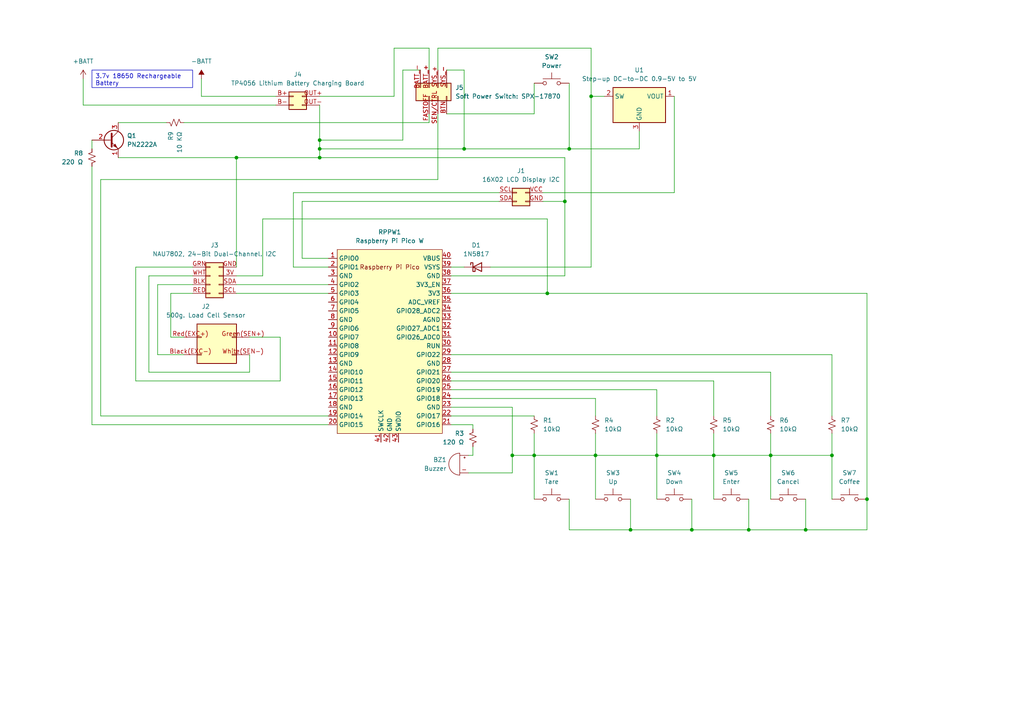
<source format=kicad_sch>
(kicad_sch (version 20230121) (generator eeschema)
  (paper "A4")
  (title_block (title "RPi Pico W - Smart Espresso Scale") (date "2024-02-17") (rev "1.0.0") (company "Antonios Karagiannis"))
  (lib_symbols
    (symbol "Conn_02x02_Counter_Clockwise_1" (pin_names (offset 1.016) hide)
      (property "Reference" "J1" (at 1.27 6.35 0))
      (property "Value" "16X02 LCD Display I2C" (at 1.27 3.81 0))
      (symbol "Conn_02x02_Counter_Clockwise_1_1_1"
        (rectangle (start -1.27 -2.413) (end 0 -2.667) (stroke (width 0.1524)))
        (rectangle (start -1.27 0.127) (end 0 -0.127) (stroke (width 0.1524)))
        (rectangle (start -1.27 1.27) (end 3.81 -3.81) (stroke (width 0.254)) (fill (type background)))
        (rectangle (start 3.81 -2.413) (end 2.54 -2.667) (stroke (width 0.1524)))
        (rectangle (start 3.81 0.127) (end 2.54 -0.127) (stroke (width 0.1524)))
        (pin passive line (at 7.62 -2.54 180) (length 3.81) (name "Pin_3") (number "GND"))
        (pin passive line (at -5.08 0 0) (length 3.81) (name "1") (number "SCL"))
        (pin passive line (at -5.08 -2.54 0) (length 3.81) (name "Pin_2") (number "SDA"))
        (pin passive line (at 7.62 0 180) (length 3.81) (name "Pin_4") (number "VCC"))
      )
    )
    (symbol "Conn_02x02_Counter_Clockwise_2" (pin_names (offset 1.016) hide)
      (property "Reference" "J4" (at 1.27 6.35 0))
      (property "Value" "TP4056 Lithium Battery Charging Board" (at 1.27 3.81 0))
      (symbol "Conn_02x02_Counter_Clockwise_2_1_1"
        (rectangle (start -1.27 -2.413) (end 0 -2.667) (stroke (width 0.1524)))
        (rectangle (start -1.27 0.127) (end 0 -0.127) (stroke (width 0.1524)))
        (rectangle (start -1.27 1.27) (end 3.81 -3.81) (stroke (width 0.254)) (fill (type background)))
        (rectangle (start 3.81 -2.413) (end 2.54 -2.667) (stroke (width 0.1524)))
        (rectangle (start 3.81 0.127) (end 2.54 -0.127) (stroke (width 0.1524)))
        (pin passive line (at -5.08 0 0) (length 3.81) (name "1") (number "B+"))
        (pin passive line (at -5.08 -2.54 0) (length 3.81) (name "Pin_2") (number "B-"))
        (pin passive line (at 7.62 0 180) (length 3.81) (name "4") (number "OUT+"))
        (pin passive line (at 7.62 -2.54 180) (length 3.81) (name "Pin_3") (number "OUT-"))
      )
    )
    (symbol "Connector_Generic:Conn_02x02_Counter_Clockwise" (pin_names (offset 1.016) hide)
      (property "Reference" "J2" (at 1.27 6.35 0))
      (property "Value" "500g. Load Cell Sensor" (at 1.27 3.81 0))
      (symbol "Conn_02x02_Counter_Clockwise_1_1"
        (rectangle (start -1.27 -7.493) (end 0 -7.747) (stroke (width 0.1524)))
        (rectangle (start -1.27 -2.413) (end 0 -2.667) (stroke (width 0.1524)))
        (rectangle (start -1.27 1.27) (end 10.16 -10.16) (stroke (width 0.254)) (fill (type background)))
        (rectangle (start 8.89 -7.493) (end 10.16 -7.747) (stroke (width 0.1524)))
        (rectangle (start 8.89 -2.413) (end 10.16 -2.667) (stroke (width 0.1524)))
        (pin passive line (at -5.08 -7.62 0) (length 3.81) (name "") (number "Black(EXC-)"))
        (pin passive line (at 13.97 -2.54 180) (length 3.81) (name "Pin_4") (number "Green(SEN+)"))
        (pin passive line (at -5.08 -2.54 0) (length 3.81) (name "1") (number "Red(EXC+)"))
        (pin passive line (at 13.97 -7.62 180) (length 3.81) (name "Pin_3") (number "White(SEN-)"))
      )
    )
    (symbol "Connector_Generic:Conn_02x04_Counter_Clockwise" (pin_names (offset 1.016) hide)
      (property "Reference" "J3" (at 1.27 8.89 0))
      (property "Value" "NAU7802, 24-Bit Dual-Channel ADC, For Bridge Sensors I2C" (at 1.27 6.35 0))
      (symbol "Conn_02x04_Counter_Clockwise_1_1"
        (rectangle (start -1.27 -4.953) (end 0 -5.207) (stroke (width 0.1524)))
        (rectangle (start -1.27 -2.413) (end 0 -2.667) (stroke (width 0.1524)))
        (rectangle (start -1.27 0.127) (end 0 -0.127) (stroke (width 0.1524)))
        (rectangle (start -1.27 2.667) (end 0 2.413) (stroke (width 0.1524)))
        (rectangle (start -1.27 3.81) (end 3.81 -6.35) (stroke (width 0.254)) (fill (type background)))
        (rectangle (start 3.81 -4.953) (end 2.54 -5.207) (stroke (width 0.1524)))
        (rectangle (start 3.81 -2.413) (end 2.54 -2.667) (stroke (width 0.1524)))
        (rectangle (start 3.81 0.127) (end 2.54 -0.127) (stroke (width 0.1524)))
        (rectangle (start 3.81 2.667) (end 2.54 2.413) (stroke (width 0.1524)))
        (pin passive line (at 7.62 0 180) (length 3.81) (name "Pin_7") (number "3V"))
        (pin passive line (at -5.08 -2.54 0) (length 3.81) (name "Pin_3") (number "BLK"))
        (pin passive line (at 7.62 2.54 180) (length 3.81) (name "Pin_8") (number "GND"))
        (pin passive line (at -5.08 2.54 0) (length 3.81) (name "Pin_1") (number "GRN"))
        (pin passive line (at -5.08 -5.08 0) (length 3.81) (name "4") (number "RED"))
        (pin passive line (at 7.62 -5.08 180) (length 3.81) (name "Pin_5") (number "SCL"))
        (pin passive line (at 7.62 -2.54 180) (length 3.81) (name "6") (number "SDA"))
        (pin passive line (at -5.08 0 0) (length 3.81) (name "Pin_2") (number "WHT"))
      )
    )
    (symbol "Connector_Generic:Conn_2Rows-07Pins" (pin_names (offset 1.016) hide)
      (property "Reference" "J5" (at 0 5.08 90))
      (property "Value" "Soft Power Switch: SPX-17870" (at 2.54 5.08 90))
      (symbol "Conn_2Rows-07Pins_1_1"
        (rectangle (start -1.27 -4.953) (end 0 -5.207) (stroke (width 0.1524)))
        (rectangle (start -1.27 -2.413) (end 0 -2.667) (stroke (width 0.1524)))
        (rectangle (start -1.27 0.127) (end 0 -0.127) (stroke (width 0.1524)))
        (rectangle (start -1.27 2.667) (end 0 2.413) (stroke (width 0.1524)))
        (rectangle (start -1.27 3.81) (end 3.81 -6.35) (stroke (width 0.254)) (fill (type background)))
        (rectangle (start 3.81 -2.413) (end 2.54 -2.667) (stroke (width 0.1524)))
        (rectangle (start 3.81 0.127) (end 2.54 -0.127) (stroke (width 0.1524)))
        (rectangle (start 3.81 2.667) (end 2.54 2.413) (stroke (width 0.1524)))
        (pin passive line (at -5.08 -2.54 0) (length 3.81) (name "Pin_5") (number "BATT_+"))
        (pin passive line (at -5.08 -5.08 0) (length 3.81) (name "Pin_7") (number "BATT_-"))
        (pin passive line (at 7.62 2.54 180) (length 3.81) (name "Pin_2") (number "BTN"))
        (pin passive line (at 7.62 -2.54 180) (length 3.81) (name "Pin_6") (number "FASTOFF"))
        (pin passive line (at 7.62 0 180) (length 3.81) (name "SEN/CTRL") (number "SEN/CTRL"))
        (pin passive line (at -5.08 0 0) (length 3.81) (name "Pin_3") (number "SYS_+"))
        (pin passive line (at -5.08 2.54 0) (length 3.81) (name "Pin_1") (number "SYS_-"))
      )
    )
    (symbol "Device:Buzzer" (pin_names (offset 0.0254) hide)
      (property "Reference" "BZ1" (at 3.81 1.27 0))
      (property "Value" "Buzzer" (at 3.81 -1.27 0))
      (symbol "Buzzer_0_1"
        (arc (start 0 -3.175) (mid 3.1612 0) (end 0 3.175))
        (polyline (pts (xy -1.651 1.905) (xy -1.143 1.905)))
        (polyline (pts (xy -1.397 2.159) (xy -1.397 1.651)))
        (polyline (pts (xy 0 3.175) (xy 0 -3.175)))
      )
      (symbol "Buzzer_1_1"
        (pin passive line (at -2.54 2.54 0) (length 2.54) (name "+") (number ""))
        (pin passive line (at -2.54 -2.54 0) (length 2.54) (name "-") (number "-"))
      )
    )
    (symbol "Device:R_Small_US" (pin_numbers hide) (pin_names (offset 0.254) hide)
      (property "Reference" "R" (at 0.762 0.508 0))
      (property "Value" "R_Small_US" (at 0.762 -1.016 0))
      (symbol "R_Small_US_1_1"
        (polyline (pts (xy 0 0) (xy 1.016 -0.381) (xy 0 -0.762) (xy -1.016 -1.143) (xy 0 -1.524)))
        (polyline (pts (xy 0 1.524) (xy 1.016 1.143) (xy 0 0.762) (xy -1.016 0.381) (xy 0 0)))
        (pin passive line (at 0 2.54 270) (length 1.016) (name "~") (number "1"))
        (pin passive line (at 0 -2.54 90) (length 1.016) (name "~") (number "2"))
      )
    )
    (symbol "Diode:1N5817" (pin_numbers hide) (pin_names (offset 1.016) hide)
      (property "Reference" "D" (at 0 2.54 0))
      (property "Value" "1N5817" (at 0 -2.54 0))
      (symbol "1N5817_0_1"
        (polyline (pts (xy 1.27 0) (xy -1.27 0)))
        (polyline (pts (xy 1.27 1.27) (xy 1.27 -1.27) (xy -1.27 0) (xy 1.27 1.27)) (stroke (width 0.254)))
        (polyline (pts (xy -1.905 0.635) (xy -1.905 1.27) (xy -1.27 1.27) (xy -1.27 -1.27) (xy -0.635 -1.27) (xy -0.635 -0.635)) (stroke (width 0.254)))
      )
      (symbol "1N5817_1_1"
        (pin passive line (at -3.81 0 0) (length 2.54) (name "K") (number "1"))
        (pin passive line (at 3.81 0 180) (length 2.54) (name "A") (number "2"))
      )
    )
    (symbol "MCU_RaspberryPi_and_Boards:Pico"
      (property "Reference" "U" (at -13.97 27.94 0))
      (property "Value" "Pico" (at 0 19.05 0))
      (symbol "Pico_0_0"
        (text "Raspberry Pi Pico" (at 0 21.59 0) (effects (font (size 1.27 1.27))))
      )
      (symbol "Pico_0_1"
        (rectangle (start -15.24 26.67) (end 15.24 -26.67) (fill (type background)))
      )
      (symbol "Pico_1_1"
        (pin bidirectional line (at -17.78 24.13 0) (length 2.54) (name "GPIO0") (number "1"))
        (pin bidirectional line (at -17.78 1.27 0) (length 2.54) (name "GPIO7") (number "10"))
        (pin bidirectional line (at -17.78 -1.27 0) (length 2.54) (name "GPIO8") (number "11"))
        (pin bidirectional line (at -17.78 -3.81 0) (length 2.54) (name "GPIO9") (number "12"))
        (pin power_in line (at -17.78 -6.35 0) (length 2.54) (name "GND") (number "13"))
        (pin bidirectional line (at -17.78 -8.89 0) (length 2.54) (name "GPIO10") (number "14"))
        (pin bidirectional line (at -17.78 -11.43 0) (length 2.54) (name "GPIO11") (number "15"))
        (pin bidirectional line (at -17.78 -13.97 0) (length 2.54) (name "GPIO12") (number "16"))
        (pin bidirectional line (at -17.78 -16.51 0) (length 2.54) (name "GPIO13") (number "17"))
        (pin power_in line (at -17.78 -19.05 0) (length 2.54) (name "GND") (number "18"))
        (pin bidirectional line (at -17.78 -21.59 0) (length 2.54) (name "GPIO14") (number "19"))
        (pin bidirectional line (at -17.78 21.59 0) (length 2.54) (name "GPIO1") (number "2"))
        (pin bidirectional line (at -17.78 -24.13 0) (length 2.54) (name "GPIO15") (number "20"))
        (pin bidirectional line (at 17.78 -24.13 180) (length 2.54) (name "GPIO16") (number "21"))
        (pin bidirectional line (at 17.78 -21.59 180) (length 2.54) (name "GPIO17") (number "22"))
        (pin power_in line (at 17.78 -19.05 180) (length 2.54) (name "GND") (number "23"))
        (pin bidirectional line (at 17.78 -16.51 180) (length 2.54) (name "GPIO18") (number "24"))
        (pin bidirectional line (at 17.78 -13.97 180) (length 2.54) (name "GPIO19") (number "25"))
        (pin bidirectional line (at 17.78 -11.43 180) (length 2.54) (name "GPIO20") (number "26"))
        (pin bidirectional line (at 17.78 -8.89 180) (length 2.54) (name "GPIO21") (number "27"))
        (pin power_in line (at 17.78 -6.35 180) (length 2.54) (name "GND") (number "28"))
        (pin bidirectional line (at 17.78 -3.81 180) (length 2.54) (name "GPIO22") (number "29"))
        (pin power_in line (at -17.78 19.05 0) (length 2.54) (name "GND") (number "3"))
        (pin input line (at 17.78 -1.27 180) (length 2.54) (name "RUN") (number "30"))
        (pin bidirectional line (at 17.78 1.27 180) (length 2.54) (name "GPIO26_ADC0") (number "31"))
        (pin bidirectional line (at 17.78 3.81 180) (length 2.54) (name "GPIO27_ADC1") (number "32"))
        (pin power_in line (at 17.78 6.35 180) (length 2.54) (name "AGND") (number "33"))
        (pin bidirectional line (at 17.78 8.89 180) (length 2.54) (name "GPIO28_ADC2") (number "34"))
        (pin power_in line (at 17.78 11.43 180) (length 2.54) (name "ADC_VREF") (number "35"))
        (pin power_in line (at 17.78 13.97 180) (length 2.54) (name "3V3") (number "36"))
        (pin input line (at 17.78 16.51 180) (length 2.54) (name "3V3_EN") (number "37"))
        (pin bidirectional line (at 17.78 19.05 180) (length 2.54) (name "GND") (number "38"))
        (pin power_in line (at 17.78 21.59 180) (length 2.54) (name "VSYS") (number "39"))
        (pin bidirectional line (at -17.78 16.51 0) (length 2.54) (name "GPIO2") (number "4"))
        (pin power_in line (at 17.78 24.13 180) (length 2.54) (name "VBUS") (number "40"))
        (pin input line (at -2.54 -29.21 90) (length 2.54) (name "SWCLK") (number "41"))
        (pin power_in line (at 0 -29.21 90) (length 2.54) (name "GND") (number "42"))
        (pin bidirectional line (at 2.54 -29.21 90) (length 2.54) (name "SWDIO") (number "43"))
        (pin bidirectional line (at -17.78 13.97 0) (length 2.54) (name "GPIO3") (number "5"))
        (pin bidirectional line (at -17.78 11.43 0) (length 2.54) (name "GPIO4") (number "6"))
        (pin bidirectional line (at -17.78 8.89 0) (length 2.54) (name "GPIO5") (number "7"))
        (pin power_in line (at -17.78 6.35 0) (length 2.54) (name "GND") (number "8"))
        (pin bidirectional line (at -17.78 3.81 0) (length 2.54) (name "GPIO6") (number "9"))
      )
    )
    (symbol "Regulator_Switching:TPS613222ADBZ"
      (property "Reference" "U" (at -7.62 6.35 0))
      (property "Value" "TPS613222ADBZ" (at 2.54 6.35 0))
      (symbol "TPS613222ADBZ_0_1"
        (rectangle (start -7.62 5.08) (end 7.62 -5.08) (stroke (width 0.254)) (fill (type background)))
      )
      (symbol "TPS613222ADBZ_1_1"
        (pin power_out line (at 10.16 2.54 180) (length 2.54) (name "VOUT") (number "1"))
        (pin power_in line (at -10.16 2.54 0) (length 2.54) (name "SW") (number "2"))
        (pin power_in line (at 0 -7.62 90) (length 2.54) (name "GND") (number "3"))
      )
    )
    (symbol "Switch:SW_MEC_5G" (pin_numbers hide) (pin_names (offset 1.016) hide)
      (property "Reference" "SW" (at 1.27 2.54 0))
      (property "Value" "SW_MEC_5G" (at 0 -1.524 0))
      (symbol "SW_MEC_5G_0_1"
        (circle (center -2.032 0) (radius 0.508))
        (polyline (pts (xy 0 1.27) (xy 0 3.048)))
        (polyline (pts (xy 2.54 1.27) (xy -2.54 1.27)))
        (circle (center 2.032 0) (radius 0.508))
        (pin passive line (at -5.08 0 0) (length 2.54) (name "A") (number "1"))
        (pin passive line (at 5.08 0 180) (length 2.54) (name "B") (number "3"))
      )
      (symbol "SW_MEC_5G_1_1"
        (pin passive line (at -5.08 0 0) (length 2.54) hide (name "A") (number "2"))
        (pin passive line (at 5.08 0 180) (length 2.54) hide (name "B") (number "4"))
      )
    )
    (symbol "Transistor_BJT:PN2222A" (pin_names (offset 0) hide)
      (property "Reference" "Q" (at 5.08 1.905 0))
      (property "Value" "PN2222A" (at 5.08 0 0))
      (symbol "PN2222A_0_1"
        (polyline (pts (xy 0 0) (xy 0.635 0)))
        (polyline (pts (xy 2.54 -2.54) (xy 0.635 -0.635)))
        (polyline (pts (xy 2.54 2.54) (xy 0.635 0.635)))
        (polyline (pts (xy 0.635 1.905) (xy 0.635 -1.905) (xy 0.635 -1.905)) (stroke (width 0.508)))
        (polyline (pts (xy 2.413 -2.413) (xy 1.905 -1.905) (xy 1.905 -1.905)))
        (polyline (pts (xy 1.143 -1.651) (xy 1.651 -1.143) (xy 2.159 -2.159) (xy 1.143 -1.651) (xy 1.143 -1.651)) (fill (type outline)))
        (circle (center 1.27 0) (radius 2.8194) (stroke (width 0.254)))
      )
      (symbol "PN2222A_1_1"
        (pin passive line (at 2.54 -5.08 90) (length 2.54) (name "E") (number "1"))
        (pin input line (at -5.08 0 0) (length 5.08) (name "B") (number "2"))
        (pin passive line (at 2.54 5.08 270) (length 2.54) (name "C") (number "3"))
      )
    )
    (symbol "power:+BATT" (power) (pin_names (offset 0))
      (property "Value" "+BATT" (at 0 3.556 0))
      (symbol "+BATT_0_1"
        (polyline (pts (xy -0.762 1.27) (xy 0 2.54)))
        (polyline (pts (xy 0 0) (xy 0 2.54)))
        (polyline (pts (xy 0 2.54) (xy 0.762 1.27)))
      )
      (symbol "+BATT_1_1"
        (pin power_in line (at 0 0 90) (length 0) hide (name "+BATT") (number "1"))
      )
    )
    (symbol "power:-BATT" (power) (pin_names (offset 0))
      (property "Value" "-BATT" (at 0 3.556 0))
      (symbol "-BATT_0_1"
        (polyline (pts (xy 0 0) (xy 0 2.54)))
        (polyline (pts (xy 0.762 1.27) (xy -0.762 1.27) (xy 0 2.54) (xy 0.762 1.27)) (fill (type outline)))
      )
      (symbol "-BATT_1_1"
        (pin power_in line (at 0 0 90) (length 0) hide (name "-BATT") (number "1"))
      )
    )
  )
  (junction (at 68.58 45.72))
  (junction (at 158.75 85.09))
  (junction (at 134.62 43.18))
  (junction (at 190.5 132.08))
  (junction (at 241.3 132.08))
  (junction (at 182.88 153.67))
  (junction (at 207.01 132.08))
  (junction (at 171.45 27.94))
  (junction (at 172.72 132.08))
  (junction (at 154.94 132.08))
  (junction (at 233.68 153.67))
  (junction (at 92.71 45.72))
  (junction (at 217.17 153.67))
  (junction (at 165.1 43.18))
  (junction (at 251.46 144.78))
  (junction (at 148.59 132.08))
  (junction (at 92.71 40.64))
  (junction (at 223.52 132.08))
  (junction (at 200.66 153.67))
  (junction (at 92.71 43.18))
  (junction (at 163.83 58.42))
  (wire (pts (xy 53.34 35.56) (xy 124.46 35.56)))
  (wire (pts (xy 43.18 80.01) (xy 55.88 80.01)))
  (wire (pts (xy 68.58 82.55) (xy 95.25 82.55)))
  (wire (pts (xy 172.72 132.08) (xy 172.72 144.78)))
  (wire (pts (xy 223.52 107.95) (xy 130.81 107.95)))
  (wire (pts (xy 116.84 40.64) (xy 92.71 40.64)))
  (wire (pts (xy 223.52 120.65) (xy 223.52 107.95)))
  (wire (pts (xy 233.68 144.78) (xy 233.68 153.67)))
  (wire (pts (xy 190.5 132.08) (xy 190.5 144.78)))
  (wire (pts (xy 72.39 102.87) (xy 72.39 107.95)))
  (wire (pts (xy 217.17 144.78) (xy 217.17 153.67)))
  (wire (pts (xy 87.63 58.42) (xy 87.63 74.93)))
  (wire (pts (xy 130.81 77.47) (xy 134.62 77.47)))
  (wire (pts (xy 148.59 118.11) (xy 148.59 132.08)))
  (wire (pts (xy 172.72 132.08) (xy 190.5 132.08)))
  (wire (pts (xy 241.3 125.73) (xy 241.3 132.08)))
  (wire (pts (xy 223.52 132.08) (xy 223.52 144.78)))
  (wire (pts (xy 81.28 97.79) (xy 81.28 110.49)))
  (wire (pts (xy 130.81 85.09) (xy 158.75 85.09)))
  (wire (pts (xy 26.67 48.26) (xy 26.67 123.19)))
  (wire (pts (xy 130.81 115.57) (xy 172.72 115.57)))
  (wire (pts (xy 144.78 58.42) (xy 87.63 58.42)))
  (wire (pts (xy 129.54 20.32) (xy 134.62 20.32)))
  (wire (pts (xy 29.21 52.07) (xy 29.21 120.65)))
  (wire (pts (xy 72.39 97.79) (xy 81.28 97.79)))
  (wire (pts (xy 45.72 102.87) (xy 45.72 82.55)))
  (wire (pts (xy 68.58 45.72) (xy 68.58 77.47)))
  (wire (pts (xy 49.53 97.79) (xy 49.53 85.09)))
  (wire (pts (xy 127 13.97) (xy 171.45 13.97)))
  (wire (pts (xy 130.81 80.01) (xy 163.83 80.01)))
  (wire (pts (xy 172.72 125.73) (xy 172.72 132.08)))
  (wire (pts (xy 68.58 80.01) (xy 76.2 80.01)))
  (wire (pts (xy 148.59 132.08) (xy 154.94 132.08)))
  (wire (pts (xy 92.71 40.64) (xy 92.71 43.18)))
  (wire (pts (xy 124.46 13.97) (xy 124.46 20.32)))
  (wire (pts (xy 114.3 27.94) (xy 114.3 13.97)))
  (wire (pts (xy 92.71 27.94) (xy 114.3 27.94)))
  (wire (pts (xy 157.48 55.88) (xy 195.58 55.88)))
  (wire (pts (xy 92.71 43.18) (xy 134.62 43.18)))
  (wire (pts (xy 34.29 45.72) (xy 68.58 45.72)))
  (wire (pts (xy 76.2 80.01) (xy 76.2 63.5)))
  (wire (pts (xy 144.78 55.88) (xy 85.09 55.88)))
  (wire (pts (xy 165.1 153.67) (xy 182.88 153.67)))
  (wire (pts (xy 43.18 107.95) (xy 43.18 80.01)))
  (wire (pts (xy 200.66 153.67) (xy 217.17 153.67)))
  (wire (pts (xy 92.71 43.18) (xy 92.71 45.72)))
  (wire (pts (xy 26.67 40.64) (xy 26.67 43.18)))
  (wire (pts (xy 129.54 33.02) (xy 154.94 33.02)))
  (wire (pts (xy 163.83 80.01) (xy 163.83 58.42)))
  (wire (pts (xy 76.2 63.5) (xy 158.75 63.5)))
  (wire (pts (xy 165.1 24.13) (xy 165.1 43.18)))
  (wire (pts (xy 190.5 132.08) (xy 207.01 132.08)))
  (wire (pts (xy 134.62 43.18) (xy 165.1 43.18)))
  (wire (pts (xy 92.71 30.48) (xy 92.71 40.64)))
  (wire (pts (xy 72.39 107.95) (xy 43.18 107.95)))
  (wire (pts (xy 233.68 153.67) (xy 251.46 153.67)))
  (wire (pts (xy 165.1 43.18) (xy 185.42 43.18)))
  (wire (pts (xy 58.42 27.94) (xy 80.01 27.94)))
  (wire (pts (xy 154.94 125.73) (xy 154.94 132.08)))
  (wire (pts (xy 207.01 125.73) (xy 207.01 132.08)))
  (wire (pts (xy 171.45 77.47) (xy 142.24 77.47)))
  (wire (pts (xy 223.52 125.73) (xy 223.52 132.08)))
  (wire (pts (xy 134.62 20.32) (xy 134.62 43.18)))
  (wire (pts (xy 87.63 74.93) (xy 95.25 74.93)))
  (wire (pts (xy 207.01 120.65) (xy 207.01 110.49)))
  (wire (pts (xy 251.46 85.09) (xy 251.46 144.78)))
  (wire (pts (xy 223.52 132.08) (xy 241.3 132.08)))
  (wire (pts (xy 127 20.32) (xy 127 13.97)))
  (wire (pts (xy 148.59 137.16) (xy 148.59 132.08)))
  (wire (pts (xy 207.01 132.08) (xy 223.52 132.08)))
  (wire (pts (xy 154.94 132.08) (xy 172.72 132.08)))
  (wire (pts (xy 200.66 144.78) (xy 200.66 153.67)))
  (wire (pts (xy 130.81 118.11) (xy 148.59 118.11)))
  (wire (pts (xy 158.75 63.5) (xy 158.75 85.09)))
  (wire (pts (xy 58.42 22.86) (xy 58.42 27.94)))
  (wire (pts (xy 251.46 144.78) (xy 251.46 153.67)))
  (wire (pts (xy 127 52.07) (xy 29.21 52.07)))
  (wire (pts (xy 190.5 125.73) (xy 190.5 132.08)))
  (wire (pts (xy 137.16 123.19) (xy 137.16 124.46)))
  (wire (pts (xy 137.16 132.08) (xy 137.16 129.54)))
  (wire (pts (xy 241.3 120.65) (xy 241.3 102.87)))
  (wire (pts (xy 45.72 82.55) (xy 55.88 82.55)))
  (wire (pts (xy 81.28 110.49) (xy 39.37 110.49)))
  (wire (pts (xy 92.71 45.72) (xy 163.83 45.72)))
  (wire (pts (xy 127 33.02) (xy 127 52.07)))
  (wire (pts (xy 26.67 123.19) (xy 95.25 123.19)))
  (wire (pts (xy 158.75 85.09) (xy 251.46 85.09)))
  (wire (pts (xy 154.94 132.08) (xy 154.94 144.78)))
  (wire (pts (xy 190.5 120.65) (xy 190.5 113.03)))
  (wire (pts (xy 157.48 58.42) (xy 163.83 58.42)))
  (wire (pts (xy 24.13 30.48) (xy 80.01 30.48)))
  (wire (pts (xy 182.88 144.78) (xy 182.88 153.67)))
  (wire (pts (xy 171.45 27.94) (xy 175.26 27.94)))
  (wire (pts (xy 85.09 55.88) (xy 85.09 77.47)))
  (wire (pts (xy 130.81 120.65) (xy 154.94 120.65)))
  (wire (pts (xy 135.89 137.16) (xy 148.59 137.16)))
  (wire (pts (xy 24.13 22.86) (xy 24.13 30.48)))
  (wire (pts (xy 68.58 85.09) (xy 95.25 85.09)))
  (wire (pts (xy 163.83 58.42) (xy 163.83 45.72)))
  (wire (pts (xy 116.84 20.32) (xy 116.84 40.64)))
  (wire (pts (xy 85.09 77.47) (xy 95.25 77.47)))
  (wire (pts (xy 135.89 132.08) (xy 137.16 132.08)))
  (wire (pts (xy 53.34 97.79) (xy 49.53 97.79)))
  (wire (pts (xy 39.37 110.49) (xy 39.37 77.47)))
  (wire (pts (xy 190.5 113.03) (xy 130.81 113.03)))
  (wire (pts (xy 182.88 153.67) (xy 200.66 153.67)))
  (wire (pts (xy 217.17 153.67) (xy 233.68 153.67)))
  (wire (pts (xy 29.21 120.65) (xy 95.25 120.65)))
  (wire (pts (xy 207.01 110.49) (xy 130.81 110.49)))
  (wire (pts (xy 195.58 55.88) (xy 195.58 27.94)))
  (wire (pts (xy 241.3 102.87) (xy 130.81 102.87)))
  (wire (pts (xy 68.58 45.72) (xy 92.71 45.72)))
  (wire (pts (xy 39.37 77.47) (xy 55.88 77.47)))
  (wire (pts (xy 165.1 144.78) (xy 165.1 153.67)))
  (wire (pts (xy 172.72 115.57) (xy 172.72 120.65)))
  (wire (pts (xy 53.34 102.87) (xy 45.72 102.87)))
  (wire (pts (xy 207.01 132.08) (xy 207.01 144.78)))
  (wire (pts (xy 171.45 13.97) (xy 171.45 27.94)))
  (wire (pts (xy 124.46 35.56) (xy 124.46 33.02)))
  (wire (pts (xy 171.45 27.94) (xy 171.45 77.47)))
  (wire (pts (xy 185.42 43.18) (xy 185.42 38.1)))
  (wire (pts (xy 154.94 33.02) (xy 154.94 24.13)))
  (wire (pts (xy 114.3 13.97) (xy 124.46 13.97)))
  (wire (pts (xy 34.29 35.56) (xy 48.26 35.56)))
  (wire (pts (xy 137.16 123.19) (xy 130.81 123.19)))
  (wire (pts (xy 241.3 132.08) (xy 241.3 144.78)))
  (wire (pts (xy 49.53 85.09) (xy 55.88 85.09)))
  (wire (pts (xy 121.92 20.32) (xy 116.84 20.32)))
  (text_box "3.7v 18650 Rechargeable Battery" (at 26.67 20.32 0) (size 29.21 5.08) (effects (font (size 1.27 1.27)) (justify left top)))
  (symbol (lib_id "Regulator_Switching:TPS613222ADBZ") (at 185.42 30.48 0) (unit 1)
    (property "Reference" "U1" (at 185.42 20.32 0))
    (property "Value" "Step-up DC-to-DC 0.9-5V to 5V" (at 185.42 22.86 0))
    (property "Footprint" "Package_TO_SOT_SMD:SOT-23" (effects hide))
    (property "Datasheet" "http://www.ti.com/lit/ds/symlink/tps61322.pdf" (effects hide))
  )
  (symbol (lib_id "Device:R_Small_US") (at 190.5 123.19 0) (unit 1)
    (property "Reference" "R2" (at 193.04 121.92 0) (effects (justify left)))
    (property "Value" "10kΩ" (at 193.04 124.46 0) (effects (justify left)))
  )
  (symbol (lib_id "Diode:1N5817") (at 138.43 77.47 0) (unit 1)
    (property "Reference" "D1" (at 138.1125 71.12 0))
    (property "Value" "1N5817" (at 138.1125 73.66 0))
    (property "Footprint" "Diode_THT:D_DO-41_SOD81_P10.16mm_Horizontal" (effects hide))
    (property "Datasheet" "http://www.vishay.com/docs/88525/1n5817.pdf" (effects hide))
  )
  (symbol (lib_id "Device:R_Small_US") (at 26.67 45.72 0) (mirror x) (unit 1)
    (property "Reference" "R8" (at 24.13 44.45 0) (effects (justify right)))
    (property "Value" "220 Ω" (at 24.13 46.99 0) (effects (justify right)))
  )
  (symbol (lib_id "Switch:SW_MEC_5G") (at 160.02 144.78 0) (unit 1)
    (property "Reference" "SW1" (at 160.02 137.16 0))
    (property "Value" "Tare" (at 160.02 139.7 0))
    (property "Datasheet" "http://www.apem.com/int/index.php?controller=attachment&id_attachment=488" (effects hide))
  )
  (symbol (lib_id "Connector_Generic:Conn_02x04_Counter_Clockwise") (at 60.96 80.01 0) (unit 1)
    (property "Reference" "J3" (at 62.23 71.12 0))
    (property "Value" "NAU7802, 24-Bit Dual-Channel. I2C" (at 62.23 73.66 0))
  )
  (symbol (lib_id "Switch:SW_MEC_5G") (at 228.6 144.78 0) (unit 1)
    (property "Reference" "SW6" (at 228.6 137.16 0))
    (property "Value" "Cancel" (at 228.6 139.7 0))
    (property "Datasheet" "http://www.apem.com/int/index.php?controller=attachment&id_attachment=488" (effects hide))
  )
  (symbol (lib_id "Switch:SW_MEC_5G") (at 195.58 144.78 0) (unit 1)
    (property "Reference" "SW4" (at 195.58 137.16 0))
    (property "Value" "Down" (at 195.58 139.7 0))
    (property "Datasheet" "http://www.apem.com/int/index.php?controller=attachment&id_attachment=488" (effects hide))
  )
  (symbol (lib_id "Device:R_Small_US") (at 172.72 123.19 0) (unit 1)
    (property "Reference" "R4" (at 175.26 121.92 0) (effects (justify left)))
    (property "Value" "10kΩ" (at 175.26 124.46 0) (effects (justify left)))
  )
  (symbol (lib_id "power:+BATT") (at 24.13 22.86 0) (unit 1)
    (property "Reference" "#PWR01" (effects hide))
    (property "Value" "+BATT" (at 24.13 17.78 0))
  )
  (symbol (lib_id "Connector_Generic:Conn_02x02_Counter_Clockwise") (at 58.42 95.25 0) (unit 1)
    (property "Reference" "J2" (at 59.69 88.9 0))
    (property "Value" "500g. Load Cell Sensor" (at 59.69 91.44 0))
  )
  (symbol (lib_id "Device:R_Small_US") (at 241.3 123.19 0) (unit 1)
    (property "Reference" "R7" (at 243.84 121.92 0) (effects (justify left)))
    (property "Value" "10kΩ" (at 243.84 124.46 0) (effects (justify left)))
  )
  (symbol (lib_id "Device:R_Small_US") (at 137.16 127 0) (mirror x) (unit 1)
    (property "Reference" "R3" (at 134.62 125.73 0) (effects (justify right)))
    (property "Value" "120 Ω" (at 134.62 128.27 0) (effects (justify right)))
  )
  (symbol (lib_id "Switch:SW_MEC_5G") (at 212.09 144.78 0) (unit 1)
    (property "Reference" "SW5" (at 212.09 137.16 0))
    (property "Value" "Enter" (at 212.09 139.7 0))
    (property "Datasheet" "http://www.apem.com/int/index.php?controller=attachment&id_attachment=488" (effects hide))
  )
  (symbol (lib_id "Device:R_Small_US") (at 207.01 123.19 0) (unit 1)
    (property "Reference" "R5" (at 209.55 121.92 0) (effects (justify left)))
    (property "Value" "10kΩ" (at 209.55 124.46 0) (effects (justify left)))
  )
  (symbol (lib_id "Switch:SW_MEC_5G") (at 177.8 144.78 0) (unit 1)
    (property "Reference" "SW3" (at 177.8 137.16 0))
    (property "Value" "Up" (at 177.8 139.7 0))
    (property "Datasheet" "http://www.apem.com/int/index.php?controller=attachment&id_attachment=488" (effects hide))
  )
  (symbol (lib_id "Connector_Generic:Conn_2Rows-07Pins") (at 127 25.4 270) (unit 1) (in_bom no)
    (property "Reference" "J5" (at 132.08 25.4 90) (effects (justify left)))
    (property "Value" "Soft Power Switch: SPX-17870" (at 132.08 27.94 90) (effects (justify left)))
  )
  (symbol (lib_name "Conn_02x02_Counter_Clockwise_1") (lib_id "Connector_Generic:Conn_02x02_Counter_Clockwise") (at 149.86 55.88 0) (unit 1)
    (property "Reference" "J1" (at 151.13 49.53 0))
    (property "Value" "16X02 LCD Display I2C" (at 151.13 52.07 0))
  )
  (symbol (lib_name "Conn_02x02_Counter_Clockwise_2") (lib_id "Connector_Generic:Conn_02x02_Counter_Clockwise") (at 85.09 27.94 0) (unit 1)
    (property "Reference" "J4" (at 86.36 21.59 0))
    (property "Value" "TP4056 Lithium Battery Charging Board" (at 86.36 24.13 0))
  )
  (symbol (lib_id "Device:R_Small_US") (at 154.94 123.19 0) (unit 1)
    (property "Reference" "R1" (at 157.48 121.92 0) (effects (justify left)))
    (property "Value" "10kΩ" (at 157.48 124.46 0) (effects (justify left)))
  )
  (symbol (lib_id "MCU_RaspberryPi_and_Boards:Pico") (at 113.03 99.06 0) (unit 1)
    (property "Reference" "RPPW1" (at 113.03 67.31 0))
    (property "Value" "Raspberry Pi Pico W" (at 113.03 69.85 0))
    (property "Footprint" "RPi_Pico:RPi_Pico_SMD_TH" (effects hide))
  )
  (symbol (lib_id "Device:R_Small_US") (at 223.52 123.19 0) (unit 1)
    (property "Reference" "R6" (at 226.06 121.92 0) (effects (justify left)))
    (property "Value" "10kΩ" (at 226.06 124.46 0) (effects (justify left)))
  )
  (symbol (lib_id "Device:Buzzer") (at 133.35 134.62 0) (mirror y) (unit 1)
    (property "Reference" "BZ1" (at 129.54 133.35 0) (effects (justify left)))
    (property "Value" "Buzzer" (at 129.54 135.89 0) (effects (justify left)))
  )
  (symbol (lib_id "Switch:SW_MEC_5G") (at 160.02 24.13 0) (unit 1)
    (property "Reference" "SW2" (at 160.02 16.51 0))
    (property "Value" "Power" (at 160.02 19.05 0))
    (property "Datasheet" "http://www.apem.com/int/index.php?controller=attachment&id_attachment=488" (effects hide))
  )
  (symbol (lib_id "Device:R_Small_US") (at 50.8 35.56 270) (mirror x) (unit 1)
    (property "Reference" "R9" (at 49.53 38.1 0) (effects (justify right)))
    (property "Value" "10 KΩ" (at 52.07 38.1 0) (effects (justify right)))
  )
  (symbol (lib_id "Switch:SW_MEC_5G") (at 246.38 144.78 0) (unit 1)
    (property "Reference" "SW7" (at 246.38 137.16 0))
    (property "Value" "Coffee" (at 246.38 139.7 0))
    (property "Datasheet" "http://www.apem.com/int/index.php?controller=attachment&id_attachment=488" (effects hide))
  )
  (symbol (lib_id "power:-BATT") (at 58.42 22.86 0) (unit 1)
    (property "Reference" "#PWR02" (effects hide))
    (property "Value" "-BATT" (at 58.42 17.78 0))
  )
  (symbol (lib_id "Transistor_BJT:PN2222A") (at 31.75 40.64 0) (unit 1)
    (property "Reference" "Q1" (at 36.83 39.37 0) (effects (justify left)))
    (property "Value" "PN2222A" (at 36.83 41.91 0) (effects (justify left)))
    (property "Footprint" "Package_TO_SOT_THT:TO-92_Inline" (effects hide))
    (property "Datasheet" "https://www.onsemi.com/pub/Collateral/PN2222-D.PDF" (effects hide))
  )
)
</source>
